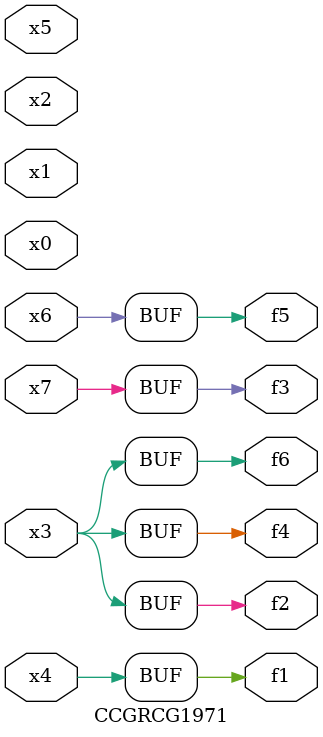
<source format=v>
module CCGRCG1971(
	input x0, x1, x2, x3, x4, x5, x6, x7,
	output f1, f2, f3, f4, f5, f6
);
	assign f1 = x4;
	assign f2 = x3;
	assign f3 = x7;
	assign f4 = x3;
	assign f5 = x6;
	assign f6 = x3;
endmodule

</source>
